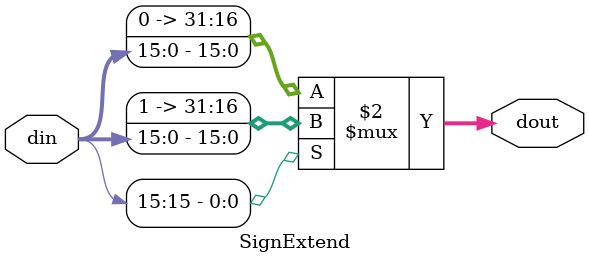
<source format=v>
module SignExtend(din,dout);

input [15:0] din;
output [31:0] dout;

assign dout = (din[15]==1 ? {16'b1111111111111111,din} : {16'b0,din});

endmodule

</source>
